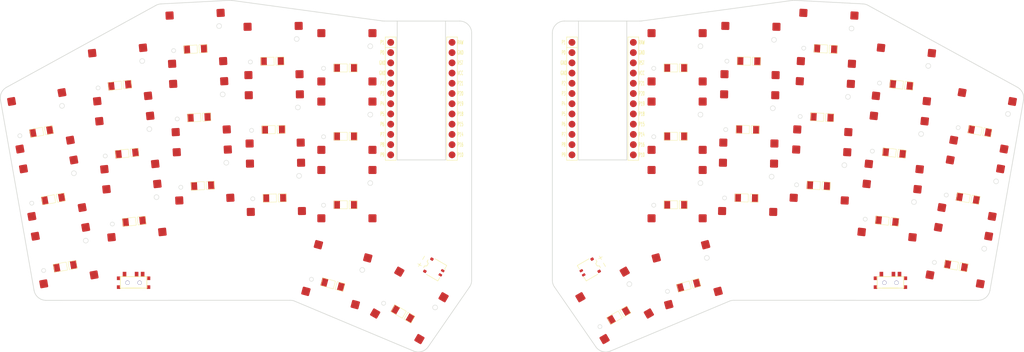
<source format=kicad_pcb>
(kicad_pcb (version 20171130) (host pcbnew 5.1.6)
  (title_block (title "slimsplaydy_unrouted") (rev "v1.0.0") (company "Unknown"))
  (layers (0 F.Cu signal) (31 B.Cu signal) (34 B.Paste user) (35 F.Paste user) (36 B.SilkS user) (37 F.SilkS user) (38 B.Mask user) (39 F.Mask user) (44 Edge.Cuts user))
  (net 0 "")
  (net 1 "hand_pinky_bottom")
  (net 2 "GND")
  (net 3 "hand_pinky_home")
  (net 4 "hand_pinky_top")
  (net 5 "hand_ring_bottom")
  (net 6 "hand_ring_home")
  (net 7 "hand_ring_top")
  (net 8 "hand_middle_bottom")
  (net 9 "hand_middle_home")
  (net 10 "hand_middle_top")
  (net 11 "hand_index_bottom")
  (net 12 "hand_index_home")
  (net 13 "hand_index_top")
  (net 14 "hand_inner_bottom")
  (net 15 "hand_inner_home")
  (net 16 "hand_inner_top")
  (net 17 "thumb_near_fan")
  (net 18 "thumb_far_fan")
  (net 19 "mirror_hand_pinky_bottom")
  (net 20 "mirror_hand_pinky_home")
  (net 21 "mirror_hand_pinky_top")
  (net 22 "mirror_hand_ring_bottom")
  (net 23 "mirror_hand_ring_home")
  (net 24 "mirror_hand_ring_top")
  (net 25 "mirror_hand_middle_bottom")
  (net 26 "mirror_hand_middle_home")
  (net 27 "mirror_hand_middle_top")
  (net 28 "mirror_hand_index_bottom")
  (net 29 "mirror_hand_index_home")
  (net 30 "mirror_hand_index_top")
  (net 31 "mirror_hand_inner_bottom")
  (net 32 "mirror_hand_inner_home")
  (net 33 "mirror_hand_inner_top")
  (net 34 "mirror_thumb_near_fan")
  (net 35 "mirror_thumb_far_fan")
  (net 36 "RAW")
  (net 37 "RST")
  (net 38 "VCC")
  (net 39 "P21")
  (net 40 "P20")
  (net 41 "P19")
  (net 42 "P18")
  (net 43 "P15")
  (net 44 "P14")
  (net 45 "P16")
  (net 46 "P10")
  (net 47 "P1")
  (net 48 "P0")
  (net 49 "P2")
  (net 50 "P3")
  (net 51 "P4")
  (net 52 "P5")
  (net 53 "P6")
  (net 54 "P7")
  (net 55 "P8")
  (net 56 "P9")
  (net 57 "P101")
  (net 58 "P102")
  (net 59 "P107")
  (net 60 "MCU1_24")
  (net 61 "MCU1_1")
  (net 62 "MCU1_23")
  (net 63 "MCU1_2")
  (net 64 "MCU1_22")
  (net 65 "MCU1_3")
  (net 66 "MCU1_21")
  (net 67 "MCU1_4")
  (net 68 "MCU1_20")
  (net 69 "MCU1_5")
  (net 70 "MCU1_19")
  (net 71 "MCU1_6")
  (net 72 "MCU1_18")
  (net 73 "MCU1_7")
  (net 74 "MCU1_17")
  (net 75 "MCU1_8")
  (net 76 "MCU1_16")
  (net 77 "MCU1_9")
  (net 78 "MCU1_15")
  (net 79 "MCU1_10")
  (net 80 "MCU1_14")
  (net 81 "MCU1_11")
  (net 82 "MCU1_13")
  (net 83 "MCU1_12")
  (net 84 "BAT_P")
  (net 85 "BAT")
  (net 86 "MCU2_24")
  (net 87 "MCU2_1")
  (net 88 "MCU2_23")
  (net 89 "MCU2_2")
  (net 90 "MCU2_22")
  (net 91 "MCU2_3")
  (net 92 "MCU2_21")
  (net 93 "MCU2_4")
  (net 94 "MCU2_20")
  (net 95 "MCU2_5")
  (net 96 "MCU2_19")
  (net 97 "MCU2_6")
  (net 98 "MCU2_18")
  (net 99 "MCU2_7")
  (net 100 "MCU2_17")
  (net 101 "MCU2_8")
  (net 102 "MCU2_16")
  (net 103 "MCU2_9")
  (net 104 "MCU2_15")
  (net 105 "MCU2_10")
  (net 106 "MCU2_14")
  (net 107 "MCU2_11")
  (net 108 "MCU2_13")
  (net 109 "MCU2_12")
  (footprint "PG1316S" (at 106.5683287 143.6773863 10) (layer "F.Cu")
    (property "Reference" "S1" hide)
    (fp_circle (center -5.8 2.75) (end -5.3 2.75) (stroke (width 0.1)) (fill none) (layer "Edge.Cuts"))
    (fp_circle (center 5.8 -2.75) (end 6.4 -2.75) (stroke (width 0.1)) (fill none) (layer "Edge.Cuts"))
    (pad "1" smd rect (at -2.5 2.65 10) (size 1.55 2) (layers "F.Cu" "F.Paste" "F.Mask") (net 1 "hand_pinky_bottom"))
    (pad "2" smd rect (at 1.775 2.65 10) (size 1.55 2) (layers "F.Cu" "F.Paste" "F.Mask") (net 2 "GND"))
    (pad "3" smd roundrect (at -6.35 -6 10) (size 2 2) (layers "F.Cu" "F.Paste" "F.Mask") (roundrect_rratio 0.125))
    (pad "3" smd roundrect (at -6.35 6 10) (size 2 2) (layers "F.Cu" "F.Paste" "F.Mask") (roundrect_rratio 0.125))
    (pad "3" smd roundrect (at 6.35 -6 10) (size 2 2) (layers "F.Cu" "F.Paste" "F.Mask") (roundrect_rratio 0.125))
    (pad "3" smd roundrect (at 6.35 6 10) (size 2 2) (layers "F.Cu" "F.Paste" "F.Mask") (roundrect_rratio 0.125))
  )
  (footprint "PG1316S" (at 103.6163096 126.9356545 10) (layer "F.Cu")
    (property "Reference" "S2" hide)
    (fp_circle (center -5.8 2.75) (end -5.3 2.75) (stroke (width 0.1)) (fill none) (layer "Edge.Cuts"))
    (fp_circle (center 5.8 -2.75) (end 6.4 -2.75) (stroke (width 0.1)) (fill none) (layer "Edge.Cuts"))
    (pad "1" smd rect (at -2.5 2.65 10) (size 1.55 2) (layers "F.Cu" "F.Paste" "F.Mask") (net 3 "hand_pinky_home"))
    (pad "2" smd rect (at 1.775 2.65 10) (size 1.55 2) (layers "F.Cu" "F.Paste" "F.Mask") (net 2 "GND"))
    (pad "3" smd roundrect (at -6.35 -6 10) (size 2 2) (layers "F.Cu" "F.Paste" "F.Mask") (roundrect_rratio 0.125))
    (pad "3" smd roundrect (at -6.35 6 10) (size 2 2) (layers "F.Cu" "F.Paste" "F.Mask") (roundrect_rratio 0.125))
    (pad "3" smd roundrect (at 6.35 -6 10) (size 2 2) (layers "F.Cu" "F.Paste" "F.Mask") (roundrect_rratio 0.125))
    (pad "3" smd roundrect (at 6.35 6 10) (size 2 2) (layers "F.Cu" "F.Paste" "F.Mask") (roundrect_rratio 0.125))
  )
  (footprint "PG1316S" (at 100.6642906 110.1939227 10) (layer "F.Cu")
    (property "Reference" "S3" hide)
    (fp_circle (center -5.8 2.75) (end -5.3 2.75) (stroke (width 0.1)) (fill none) (layer "Edge.Cuts"))
    (fp_circle (center 5.8 -2.75) (end 6.4 -2.75) (stroke (width 0.1)) (fill none) (layer "Edge.Cuts"))
    (pad "1" smd rect (at -2.5 2.65 10) (size 1.55 2) (layers "F.Cu" "F.Paste" "F.Mask") (net 4 "hand_pinky_top"))
    (pad "2" smd rect (at 1.775 2.65 10) (size 1.55 2) (layers "F.Cu" "F.Paste" "F.Mask") (net 2 "GND"))
    (pad "3" smd roundrect (at -6.35 -6 10) (size 2 2) (layers "F.Cu" "F.Paste" "F.Mask") (roundrect_rratio 0.125))
    (pad "3" smd roundrect (at -6.35 6 10) (size 2 2) (layers "F.Cu" "F.Paste" "F.Mask") (roundrect_rratio 0.125))
    (pad "3" smd roundrect (at 6.35 -6 10) (size 2 2) (layers "F.Cu" "F.Paste" "F.Mask") (roundrect_rratio 0.125))
    (pad "3" smd roundrect (at 6.35 6 10) (size 2 2) (layers "F.Cu" "F.Paste" "F.Mask") (roundrect_rratio 0.125))
  )
  (footprint "PG1316S" (at 123.8904906 132.4996089 6) (layer "F.Cu")
    (property "Reference" "S4" hide)
    (fp_circle (center -5.8 2.75) (end -5.3 2.75) (stroke (width 0.1)) (fill none) (layer "Edge.Cuts"))
    (fp_circle (center 5.8 -2.75) (end 6.4 -2.75) (stroke (width 0.1)) (fill none) (layer "Edge.Cuts"))
    (pad "1" smd rect (at -2.5 2.65 6) (size 1.55 2) (layers "F.Cu" "F.Paste" "F.Mask") (net 5 "hand_ring_bottom"))
    (pad "2" smd rect (at 1.775 2.65 6) (size 1.55 2) (layers "F.Cu" "F.Paste" "F.Mask") (net 2 "GND"))
    (pad "3" smd roundrect (at -6.35 -6 6) (size 2 2) (layers "F.Cu" "F.Paste" "F.Mask") (roundrect_rratio 0.125))
    (pad "3" smd roundrect (at -6.35 6 6) (size 2 2) (layers "F.Cu" "F.Paste" "F.Mask") (roundrect_rratio 0.125))
    (pad "3" smd roundrect (at 6.35 -6 6) (size 2 2) (layers "F.Cu" "F.Paste" "F.Mask") (roundrect_rratio 0.125))
    (pad "3" smd roundrect (at 6.35 6 6) (size 2 2) (layers "F.Cu" "F.Paste" "F.Mask") (roundrect_rratio 0.125))
  )
  (footprint "PG1316S" (at 122.1135067 115.5927366 6) (layer "F.Cu")
    (property "Reference" "S5" hide)
    (fp_circle (center -5.8 2.75) (end -5.3 2.75) (stroke (width 0.1)) (fill none) (layer "Edge.Cuts"))
    (fp_circle (center 5.8 -2.75) (end 6.4 -2.75) (stroke (width 0.1)) (fill none) (layer "Edge.Cuts"))
    (pad "1" smd rect (at -2.5 2.65 6) (size 1.55 2) (layers "F.Cu" "F.Paste" "F.Mask") (net 6 "hand_ring_home"))
    (pad "2" smd rect (at 1.775 2.65 6) (size 1.55 2) (layers "F.Cu" "F.Paste" "F.Mask") (net 2 "GND"))
    (pad "3" smd roundrect (at -6.35 -6 6) (size 2 2) (layers "F.Cu" "F.Paste" "F.Mask") (roundrect_rratio 0.125))
    (pad "3" smd roundrect (at -6.35 6 6) (size 2 2) (layers "F.Cu" "F.Paste" "F.Mask") (roundrect_rratio 0.125))
    (pad "3" smd roundrect (at 6.35 -6 6) (size 2 2) (layers "F.Cu" "F.Paste" "F.Mask") (roundrect_rratio 0.125))
    (pad "3" smd roundrect (at 6.35 6 6) (size 2 2) (layers "F.Cu" "F.Paste" "F.Mask") (roundrect_rratio 0.125))
  )
  (footprint "PG1316S" (at 120.3365229 98.6858643 6) (layer "F.Cu")
    (property "Reference" "S6" hide)
    (fp_circle (center -5.8 2.75) (end -5.3 2.75) (stroke (width 0.1)) (fill none) (layer "Edge.Cuts"))
    (fp_circle (center 5.8 -2.75) (end 6.4 -2.75) (stroke (width 0.1)) (fill none) (layer "Edge.Cuts"))
    (pad "1" smd rect (at -2.5 2.65 6) (size 1.55 2) (layers "F.Cu" "F.Paste" "F.Mask") (net 7 "hand_ring_top"))
    (pad "2" smd rect (at 1.775 2.65 6) (size 1.55 2) (layers "F.Cu" "F.Paste" "F.Mask") (net 2 "GND"))
    (pad "3" smd roundrect (at -6.35 -6 6) (size 2 2) (layers "F.Cu" "F.Paste" "F.Mask") (roundrect_rratio 0.125))
    (pad "3" smd roundrect (at -6.35 6 6) (size 2 2) (layers "F.Cu" "F.Paste" "F.Mask") (roundrect_rratio 0.125))
    (pad "3" smd roundrect (at 6.35 -6 6) (size 2 2) (layers "F.Cu" "F.Paste" "F.Mask") (roundrect_rratio 0.125))
    (pad "3" smd roundrect (at 6.35 6 6) (size 2 2) (layers "F.Cu" "F.Paste" "F.Mask") (roundrect_rratio 0.125))
  )
  (footprint "PG1316S" (at 141.0601854 123.6564433 3) (layer "F.Cu")
    (property "Reference" "S7" hide)
    (fp_circle (center -5.8 2.75) (end -5.3 2.75) (stroke (width 0.1)) (fill none) (layer "Edge.Cuts"))
    (fp_circle (center 5.8 -2.75) (end 6.4 -2.75) (stroke (width 0.1)) (fill none) (layer "Edge.Cuts"))
    (pad "1" smd rect (at -2.5 2.65 3) (size 1.55 2) (layers "F.Cu" "F.Paste" "F.Mask") (net 8 "hand_middle_bottom"))
    (pad "2" smd rect (at 1.775 2.65 3) (size 1.55 2) (layers "F.Cu" "F.Paste" "F.Mask") (net 2 "GND"))
    (pad "3" smd roundrect (at -6.35 -6 3) (size 2 2) (layers "F.Cu" "F.Paste" "F.Mask") (roundrect_rratio 0.125))
    (pad "3" smd roundrect (at -6.35 6 3) (size 2 2) (layers "F.Cu" "F.Paste" "F.Mask") (roundrect_rratio 0.125))
    (pad "3" smd roundrect (at 6.35 -6 3) (size 2 2) (layers "F.Cu" "F.Paste" "F.Mask") (roundrect_rratio 0.125))
    (pad "3" smd roundrect (at 6.35 6 3) (size 2 2) (layers "F.Cu" "F.Paste" "F.Mask") (roundrect_rratio 0.125))
  )
  (footprint "PG1316S" (at 140.1704741 106.6797412 3) (layer "F.Cu")
    (property "Reference" "S8" hide)
    (fp_circle (center -5.8 2.75) (end -5.3 2.75) (stroke (width 0.1)) (fill none) (layer "Edge.Cuts"))
    (fp_circle (center 5.8 -2.75) (end 6.4 -2.75) (stroke (width 0.1)) (fill none) (layer "Edge.Cuts"))
    (pad "1" smd rect (at -2.5 2.65 3) (size 1.55 2) (layers "F.Cu" "F.Paste" "F.Mask") (net 9 "hand_middle_home"))
    (pad "2" smd rect (at 1.775 2.65 3) (size 1.55 2) (layers "F.Cu" "F.Paste" "F.Mask") (net 2 "GND"))
    (pad "3" smd roundrect (at -6.35 -6 3) (size 2 2) (layers "F.Cu" "F.Paste" "F.Mask") (roundrect_rratio 0.125))
    (pad "3" smd roundrect (at -6.35 6 3) (size 2 2) (layers "F.Cu" "F.Paste" "F.Mask") (roundrect_rratio 0.125))
    (pad "3" smd roundrect (at 6.35 -6 3) (size 2 2) (layers "F.Cu" "F.Paste" "F.Mask") (roundrect_rratio 0.125))
    (pad "3" smd roundrect (at 6.35 6 3) (size 2 2) (layers "F.Cu" "F.Paste" "F.Mask") (roundrect_rratio 0.125))
  )
  (footprint "PG1316S" (at 139.2807628 89.7030391 3) (layer "F.Cu")
    (property "Reference" "S9" hide)
    (fp_circle (center -5.8 2.75) (end -5.3 2.75) (stroke (width 0.1)) (fill none) (layer "Edge.Cuts"))
    (fp_circle (center 5.8 -2.75) (end 6.4 -2.75) (stroke (width 0.1)) (fill none) (layer "Edge.Cuts"))
    (pad "1" smd rect (at -2.5 2.65 3) (size 1.55 2) (layers "F.Cu" "F.Paste" "F.Mask") (net 10 "hand_middle_top"))
    (pad "2" smd rect (at 1.775 2.65 3) (size 1.55 2) (layers "F.Cu" "F.Paste" "F.Mask") (net 2 "GND"))
    (pad "3" smd roundrect (at -6.35 -6 3) (size 2 2) (layers "F.Cu" "F.Paste" "F.Mask") (roundrect_rratio 0.125))
    (pad "3" smd roundrect (at -6.35 6 3) (size 2 2) (layers "F.Cu" "F.Paste" "F.Mask") (roundrect_rratio 0.125))
    (pad "3" smd roundrect (at 6.35 -6 3) (size 2 2) (layers "F.Cu" "F.Paste" "F.Mask") (roundrect_rratio 0.125))
    (pad "3" smd roundrect (at 6.35 6 3) (size 2 2) (layers "F.Cu" "F.Paste" "F.Mask") (roundrect_rratio 0.125))
  )
  (footprint "PG1316S" (at 159.0451349 126.7193814 1) (layer "F.Cu")
    (property "Reference" "S10" hide)
    (fp_circle (center -5.8 2.75) (end -5.3 2.75) (stroke (width 0.1)) (fill none) (layer "Edge.Cuts"))
    (fp_circle (center 5.8 -2.75) (end 6.4 -2.75) (stroke (width 0.1)) (fill none) (layer "Edge.Cuts"))
    (pad "1" smd rect (at -2.5 2.65 1) (size 1.55 2) (layers "F.Cu" "F.Paste" "F.Mask") (net 11 "hand_index_bottom"))
    (pad "2" smd rect (at 1.775 2.65 1) (size 1.55 2) (layers "F.Cu" "F.Paste" "F.Mask") (net 2 "GND"))
    (pad "3" smd roundrect (at -6.35 -6 1) (size 2 2) (layers "F.Cu" "F.Paste" "F.Mask") (roundrect_rratio 0.125))
    (pad "3" smd roundrect (at -6.35 6 1) (size 2 2) (layers "F.Cu" "F.Paste" "F.Mask") (roundrect_rratio 0.125))
    (pad "3" smd roundrect (at 6.35 -6 1) (size 2 2) (layers "F.Cu" "F.Paste" "F.Mask") (roundrect_rratio 0.125))
    (pad "3" smd roundrect (at 6.35 6 1) (size 2 2) (layers "F.Cu" "F.Paste" "F.Mask") (roundrect_rratio 0.125))
  )
  (footprint "PG1316S" (at 158.748444 109.7219706 1) (layer "F.Cu")
    (property "Reference" "S11" hide)
    (fp_circle (center -5.8 2.75) (end -5.3 2.75) (stroke (width 0.1)) (fill none) (layer "Edge.Cuts"))
    (fp_circle (center 5.8 -2.75) (end 6.4 -2.75) (stroke (width 0.1)) (fill none) (layer "Edge.Cuts"))
    (pad "1" smd rect (at -2.5 2.65 1) (size 1.55 2) (layers "F.Cu" "F.Paste" "F.Mask") (net 12 "hand_index_home"))
    (pad "2" smd rect (at 1.775 2.65 1) (size 1.55 2) (layers "F.Cu" "F.Paste" "F.Mask") (net 2 "GND"))
    (pad "3" smd roundrect (at -6.35 -6 1) (size 2 2) (layers "F.Cu" "F.Paste" "F.Mask") (roundrect_rratio 0.125))
    (pad "3" smd roundrect (at -6.35 6 1) (size 2 2) (layers "F.Cu" "F.Paste" "F.Mask") (roundrect_rratio 0.125))
    (pad "3" smd roundrect (at 6.35 -6 1) (size 2 2) (layers "F.Cu" "F.Paste" "F.Mask") (roundrect_rratio 0.125))
    (pad "3" smd roundrect (at 6.35 6 1) (size 2 2) (layers "F.Cu" "F.Paste" "F.Mask") (roundrect_rratio 0.125))
  )
  (footprint "PG1316S" (at 158.4517531 92.7245597 1) (layer "F.Cu")
    (property "Reference" "S12" hide)
    (fp_circle (center -5.8 2.75) (end -5.3 2.75) (stroke (width 0.1)) (fill none) (layer "Edge.Cuts"))
    (fp_circle (center 5.8 -2.75) (end 6.4 -2.75) (stroke (width 0.1)) (fill none) (layer "Edge.Cuts"))
    (pad "1" smd rect (at -2.5 2.65 1) (size 1.55 2) (layers "F.Cu" "F.Paste" "F.Mask") (net 13 "hand_index_top"))
    (pad "2" smd rect (at 1.775 2.65 1) (size 1.55 2) (layers "F.Cu" "F.Paste" "F.Mask") (net 2 "GND"))
    (pad "3" smd roundrect (at -6.35 -6 1) (size 2 2) (layers "F.Cu" "F.Paste" "F.Mask") (roundrect_rratio 0.125))
    (pad "3" smd roundrect (at -6.35 6 1) (size 2 2) (layers "F.Cu" "F.Paste" "F.Mask") (roundrect_rratio 0.125))
    (pad "3" smd roundrect (at 6.35 -6 1) (size 2 2) (layers "F.Cu" "F.Paste" "F.Mask") (roundrect_rratio 0.125))
    (pad "3" smd roundrect (at 6.35 6 1) (size 2 2) (layers "F.Cu" "F.Paste" "F.Mask") (roundrect_rratio 0.125))
  )
  (footprint "PG1316S" (at 176.6773593 128.4119143 0) (layer "F.Cu")
    (property "Reference" "S13" hide)
    (fp_circle (center -5.8 2.75) (end -5.3 2.75) (stroke (width 0.1)) (fill none) (layer "Edge.Cuts"))
    (fp_circle (center 5.8 -2.75) (end 6.4 -2.75) (stroke (width 0.1)) (fill none) (layer "Edge.Cuts"))
    (pad "1" smd rect (at -2.5 2.65 0) (size 1.55 2) (layers "F.Cu" "F.Paste" "F.Mask") (net 14 "hand_inner_bottom"))
    (pad "2" smd rect (at 1.775 2.65 0) (size 1.55 2) (layers "F.Cu" "F.Paste" "F.Mask") (net 2 "GND"))
    (pad "3" smd roundrect (at -6.35 -6 0) (size 2 2) (layers "F.Cu" "F.Paste" "F.Mask") (roundrect_rratio 0.125))
    (pad "3" smd roundrect (at -6.35 6 0) (size 2 2) (layers "F.Cu" "F.Paste" "F.Mask") (roundrect_rratio 0.125))
    (pad "3" smd roundrect (at 6.35 -6 0) (size 2 2) (layers "F.Cu" "F.Paste" "F.Mask") (roundrect_rratio 0.125))
    (pad "3" smd roundrect (at 6.35 6 0) (size 2 2) (layers "F.Cu" "F.Paste" "F.Mask") (roundrect_rratio 0.125))
  )
  (footprint "PG1316S" (at 176.6773593 111.4119143 0) (layer "F.Cu")
    (property "Reference" "S14" hide)
    (fp_circle (center -5.8 2.75) (end -5.3 2.75) (stroke (width 0.1)) (fill none) (layer "Edge.Cuts"))
    (fp_circle (center 5.8 -2.75) (end 6.4 -2.75) (stroke (width 0.1)) (fill none) (layer "Edge.Cuts"))
    (pad "1" smd rect (at -2.5 2.65 0) (size 1.55 2) (layers "F.Cu" "F.Paste" "F.Mask") (net 15 "hand_inner_home"))
    (pad "2" smd rect (at 1.775 2.65 0) (size 1.55 2) (layers "F.Cu" "F.Paste" "F.Mask") (net 2 "GND"))
    (pad "3" smd roundrect (at -6.35 -6 0) (size 2 2) (layers "F.Cu" "F.Paste" "F.Mask") (roundrect_rratio 0.125))
    (pad "3" smd roundrect (at -6.35 6 0) (size 2 2) (layers "F.Cu" "F.Paste" "F.Mask") (roundrect_rratio 0.125))
    (pad "3" smd roundrect (at 6.35 -6 0) (size 2 2) (layers "F.Cu" "F.Paste" "F.Mask") (roundrect_rratio 0.125))
    (pad "3" smd roundrect (at 6.35 6 0) (size 2 2) (layers "F.Cu" "F.Paste" "F.Mask") (roundrect_rratio 0.125))
  )
  (footprint "PG1316S" (at 176.6773593 94.4119144 0) (layer "F.Cu")
    (property "Reference" "S15" hide)
    (fp_circle (center -5.8 2.75) (end -5.3 2.75) (stroke (width 0.1)) (fill none) (layer "Edge.Cuts"))
    (fp_circle (center 5.8 -2.75) (end 6.4 -2.75) (stroke (width 0.1)) (fill none) (layer "Edge.Cuts"))
    (pad "1" smd rect (at -2.5 2.65 0) (size 1.55 2) (layers "F.Cu" "F.Paste" "F.Mask") (net 16 "hand_inner_top"))
    (pad "2" smd rect (at 1.775 2.65 0) (size 1.55 2) (layers "F.Cu" "F.Paste" "F.Mask") (net 2 "GND"))
    (pad "3" smd roundrect (at -6.35 -6 0) (size 2 2) (layers "F.Cu" "F.Paste" "F.Mask") (roundrect_rratio 0.125))
    (pad "3" smd roundrect (at -6.35 6 0) (size 2 2) (layers "F.Cu" "F.Paste" "F.Mask") (roundrect_rratio 0.125))
    (pad "3" smd roundrect (at 6.35 -6 0) (size 2 2) (layers "F.Cu" "F.Paste" "F.Mask") (roundrect_rratio 0.125))
    (pad "3" smd roundrect (at 6.35 6 0) (size 2 2) (layers "F.Cu" "F.Paste" "F.Mask") (roundrect_rratio 0.125))
  )
  (footprint "PG1316S" (at 174.1773593 148.4119143 -15) (layer "F.Cu")
    (property "Reference" "S16" hide)
    (fp_circle (center -5.8 2.75) (end -5.3 2.75) (stroke (width 0.1)) (fill none) (layer "Edge.Cuts"))
    (fp_circle (center 5.8 -2.75) (end 6.4 -2.75) (stroke (width 0.1)) (fill none) (layer "Edge.Cuts"))
    (pad "1" smd rect (at -2.5 2.65 -15) (size 1.55 2) (layers "F.Cu" "F.Paste" "F.Mask") (net 17 "thumb_near_fan"))
    (pad "2" smd rect (at 1.775 2.65 -15) (size 1.55 2) (layers "F.Cu" "F.Paste" "F.Mask") (net 2 "GND"))
    (pad "3" smd roundrect (at -6.35 -6 -15) (size 2 2) (layers "F.Cu" "F.Paste" "F.Mask") (roundrect_rratio 0.125))
    (pad "3" smd roundrect (at -6.35 6 -15) (size 2 2) (layers "F.Cu" "F.Paste" "F.Mask") (roundrect_rratio 0.125))
    (pad "3" smd roundrect (at 6.35 -6 -15) (size 2 2) (layers "F.Cu" "F.Paste" "F.Mask") (roundrect_rratio 0.125))
    (pad "3" smd roundrect (at 6.35 6 -15) (size 2 2) (layers "F.Cu" "F.Paste" "F.Mask") (roundrect_rratio 0.125))
  )
  (footprint "PG1316S" (at 192.1961746 156.0438888 -30) (layer "F.Cu")
    (property "Reference" "S17" hide)
    (fp_circle (center -5.8 2.75) (end -5.3 2.75) (stroke (width 0.1)) (fill none) (layer "Edge.Cuts"))
    (fp_circle (center 5.8 -2.75) (end 6.4 -2.75) (stroke (width 0.1)) (fill none) (layer "Edge.Cuts"))
    (pad "1" smd rect (at -2.5 2.65 -30) (size 1.55 2) (layers "F.Cu" "F.Paste" "F.Mask") (net 18 "thumb_far_fan"))
    (pad "2" smd rect (at 1.775 2.65 -30) (size 1.55 2) (layers "F.Cu" "F.Paste" "F.Mask") (net 2 "GND"))
    (pad "3" smd roundrect (at -6.35 -6 -30) (size 2 2) (layers "F.Cu" "F.Paste" "F.Mask") (roundrect_rratio 0.125))
    (pad "3" smd roundrect (at -6.35 6 -30) (size 2 2) (layers "F.Cu" "F.Paste" "F.Mask") (roundrect_rratio 0.125))
    (pad "3" smd roundrect (at 6.35 -6 -30) (size 2 2) (layers "F.Cu" "F.Paste" "F.Mask") (roundrect_rratio 0.125))
    (pad "3" smd roundrect (at 6.35 6 -30) (size 2 2) (layers "F.Cu" "F.Paste" "F.Mask") (roundrect_rratio 0.125))
  )
  (footprint "PG1316S" (at 328.8240205 143.6773863 -10) (layer "F.Cu")
    (property "Reference" "S18" hide)
    (fp_circle (center -5.8 2.75) (end -5.3 2.75) (stroke (width 0.1)) (fill none) (layer "Edge.Cuts"))
    (fp_circle (center 5.8 -2.75) (end 6.4 -2.75) (stroke (width 0.1)) (fill none) (layer "Edge.Cuts"))
    (pad "1" smd rect (at -2.5 2.65 -10) (size 1.55 2) (layers "F.Cu" "F.Paste" "F.Mask") (net 19 "mirror_hand_pinky_bottom"))
    (pad "2" smd rect (at 1.775 2.65 -10) (size 1.55 2) (layers "F.Cu" "F.Paste" "F.Mask") (net 2 "GND"))
    (pad "3" smd roundrect (at -6.35 -6 -10) (size 2 2) (layers "F.Cu" "F.Paste" "F.Mask") (roundrect_rratio 0.125))
    (pad "3" smd roundrect (at -6.35 6 -10) (size 2 2) (layers "F.Cu" "F.Paste" "F.Mask") (roundrect_rratio 0.125))
    (pad "3" smd roundrect (at 6.35 -6 -10) (size 2 2) (layers "F.Cu" "F.Paste" "F.Mask") (roundrect_rratio 0.125))
    (pad "3" smd roundrect (at 6.35 6 -10) (size 2 2) (layers "F.Cu" "F.Paste" "F.Mask") (roundrect_rratio 0.125))
  )
  (footprint "PG1316S" (at 331.7760396 126.9356545 -10) (layer "F.Cu")
    (property "Reference" "S19" hide)
    (fp_circle (center -5.8 2.75) (end -5.3 2.75) (stroke (width 0.1)) (fill none) (layer "Edge.Cuts"))
    (fp_circle (center 5.8 -2.75) (end 6.4 -2.75) (stroke (width 0.1)) (fill none) (layer "Edge.Cuts"))
    (pad "1" smd rect (at -2.5 2.65 -10) (size 1.55 2) (layers "F.Cu" "F.Paste" "F.Mask") (net 20 "mirror_hand_pinky_home"))
    (pad "2" smd rect (at 1.775 2.65 -10) (size 1.55 2) (layers "F.Cu" "F.Paste" "F.Mask") (net 2 "GND"))
    (pad "3" smd roundrect (at -6.35 -6 -10) (size 2 2) (layers "F.Cu" "F.Paste" "F.Mask") (roundrect_rratio 0.125))
    (pad "3" smd roundrect (at -6.35 6 -10) (size 2 2) (layers "F.Cu" "F.Paste" "F.Mask") (roundrect_rratio 0.125))
    (pad "3" smd roundrect (at 6.35 -6 -10) (size 2 2) (layers "F.Cu" "F.Paste" "F.Mask") (roundrect_rratio 0.125))
    (pad "3" smd roundrect (at 6.35 6 -10) (size 2 2) (layers "F.Cu" "F.Paste" "F.Mask") (roundrect_rratio 0.125))
  )
  (footprint "PG1316S" (at 334.7280586 110.1939227 -10) (layer "F.Cu")
    (property "Reference" "S20" hide)
    (fp_circle (center -5.8 2.75) (end -5.3 2.75) (stroke (width 0.1)) (fill none) (layer "Edge.Cuts"))
    (fp_circle (center 5.8 -2.75) (end 6.4 -2.75) (stroke (width 0.1)) (fill none) (layer "Edge.Cuts"))
    (pad "1" smd rect (at -2.5 2.65 -10) (size 1.55 2) (layers "F.Cu" "F.Paste" "F.Mask") (net 21 "mirror_hand_pinky_top"))
    (pad "2" smd rect (at 1.775 2.65 -10) (size 1.55 2) (layers "F.Cu" "F.Paste" "F.Mask") (net 2 "GND"))
    (pad "3" smd roundrect (at -6.35 -6 -10) (size 2 2) (layers "F.Cu" "F.Paste" "F.Mask") (roundrect_rratio 0.125))
    (pad "3" smd roundrect (at -6.35 6 -10) (size 2 2) (layers "F.Cu" "F.Paste" "F.Mask") (roundrect_rratio 0.125))
    (pad "3" smd roundrect (at 6.35 -6 -10) (size 2 2) (layers "F.Cu" "F.Paste" "F.Mask") (roundrect_rratio 0.125))
    (pad "3" smd roundrect (at 6.35 6 -10) (size 2 2) (layers "F.Cu" "F.Paste" "F.Mask") (roundrect_rratio 0.125))
  )
  (footprint "PG1316S" (at 311.5018586 132.4996089 -6) (layer "F.Cu")
    (property "Reference" "S21" hide)
    (fp_circle (center -5.8 2.75) (end -5.3 2.75) (stroke (width 0.1)) (fill none) (layer "Edge.Cuts"))
    (fp_circle (center 5.8 -2.75) (end 6.4 -2.75) (stroke (width 0.1)) (fill none) (layer "Edge.Cuts"))
    (pad "1" smd rect (at -2.5 2.65 -6) (size 1.55 2) (layers "F.Cu" "F.Paste" "F.Mask") (net 22 "mirror_hand_ring_bottom"))
    (pad "2" smd rect (at 1.775 2.65 -6) (size 1.55 2) (layers "F.Cu" "F.Paste" "F.Mask") (net 2 "GND"))
    (pad "3" smd roundrect (at -6.35 -6 -6) (size 2 2) (layers "F.Cu" "F.Paste" "F.Mask") (roundrect_rratio 0.125))
    (pad "3" smd roundrect (at -6.35 6 -6) (size 2 2) (layers "F.Cu" "F.Paste" "F.Mask") (roundrect_rratio 0.125))
    (pad "3" smd roundrect (at 6.35 -6 -6) (size 2 2) (layers "F.Cu" "F.Paste" "F.Mask") (roundrect_rratio 0.125))
    (pad "3" smd roundrect (at 6.35 6 -6) (size 2 2) (layers "F.Cu" "F.Paste" "F.Mask") (roundrect_rratio 0.125))
  )
  (footprint "PG1316S" (at 313.2788425 115.5927366 -6) (layer "F.Cu")
    (property "Reference" "S22" hide)
    (fp_circle (center -5.8 2.75) (end -5.3 2.75) (stroke (width 0.1)) (fill none) (layer "Edge.Cuts"))
    (fp_circle (center 5.8 -2.75) (end 6.4 -2.75) (stroke (width 0.1)) (fill none) (layer "Edge.Cuts"))
    (pad "1" smd rect (at -2.5 2.65 -6) (size 1.55 2) (layers "F.Cu" "F.Paste" "F.Mask") (net 23 "mirror_hand_ring_home"))
    (pad "2" smd rect (at 1.775 2.65 -6) (size 1.55 2) (layers "F.Cu" "F.Paste" "F.Mask") (net 2 "GND"))
    (pad "3" smd roundrect (at -6.35 -6 -6) (size 2 2) (layers "F.Cu" "F.Paste" "F.Mask") (roundrect_rratio 0.125))
    (pad "3" smd roundrect (at -6.35 6 -6) (size 2 2) (layers "F.Cu" "F.Paste" "F.Mask") (roundrect_rratio 0.125))
    (pad "3" smd roundrect (at 6.35 -6 -6) (size 2 2) (layers "F.Cu" "F.Paste" "F.Mask") (roundrect_rratio 0.125))
    (pad "3" smd roundrect (at 6.35 6 -6) (size 2 2) (layers "F.Cu" "F.Paste" "F.Mask") (roundrect_rratio 0.125))
  )
  (footprint "PG1316S" (at 315.05582630000004 98.6858643 -6) (layer "F.Cu")
    (property "Reference" "S23" hide)
    (fp_circle (center -5.8 2.75) (end -5.3 2.75) (stroke (width 0.1)) (fill none) (layer "Edge.Cuts"))
    (fp_circle (center 5.8 -2.75) (end 6.4 -2.75) (stroke (width 0.1)) (fill none) (layer "Edge.Cuts"))
    (pad "1" smd rect (at -2.5 2.65 -6) (size 1.55 2) (layers "F.Cu" "F.Paste" "F.Mask") (net 24 "mirror_hand_ring_top"))
    (pad "2" smd rect (at 1.775 2.65 -6) (size 1.55 2) (layers "F.Cu" "F.Paste" "F.Mask") (net 2 "GND"))
    (pad "3" smd roundrect (at -6.35 -6 -6) (size 2 2) (layers "F.Cu" "F.Paste" "F.Mask") (roundrect_rratio 0.125))
    (pad "3" smd roundrect (at -6.35 6 -6) (size 2 2) (layers "F.Cu" "F.Paste" "F.Mask") (roundrect_rratio 0.125))
    (pad "3" smd roundrect (at 6.35 -6 -6) (size 2 2) (layers "F.Cu" "F.Paste" "F.Mask") (roundrect_rratio 0.125))
    (pad "3" smd roundrect (at 6.35 6 -6) (size 2 2) (layers "F.Cu" "F.Paste" "F.Mask") (roundrect_rratio 0.125))
  )
  (footprint "PG1316S" (at 294.3321638 123.6564433 -3) (layer "F.Cu")
    (property "Reference" "S24" hide)
    (fp_circle (center -5.8 2.75) (end -5.3 2.75) (stroke (width 0.1)) (fill none) (layer "Edge.Cuts"))
    (fp_circle (center 5.8 -2.75) (end 6.4 -2.75) (stroke (width 0.1)) (fill none) (layer "Edge.Cuts"))
    (pad "1" smd rect (at -2.5 2.65 -3) (size 1.55 2) (layers "F.Cu" "F.Paste" "F.Mask") (net 25 "mirror_hand_middle_bottom"))
    (pad "2" smd rect (at 1.775 2.65 -3) (size 1.55 2) (layers "F.Cu" "F.Paste" "F.Mask") (net 2 "GND"))
    (pad "3" smd roundrect (at -6.35 -6 -3) (size 2 2) (layers "F.Cu" "F.Paste" "F.Mask") (roundrect_rratio 0.125))
    (pad "3" smd roundrect (at -6.35 6 -3) (size 2 2) (layers "F.Cu" "F.Paste" "F.Mask") (roundrect_rratio 0.125))
    (pad "3" smd roundrect (at 6.35 -6 -3) (size 2 2) (layers "F.Cu" "F.Paste" "F.Mask") (roundrect_rratio 0.125))
    (pad "3" smd roundrect (at 6.35 6 -3) (size 2 2) (layers "F.Cu" "F.Paste" "F.Mask") (roundrect_rratio 0.125))
  )
  (footprint "PG1316S" (at 295.22187510000003 106.6797412 -3) (layer "F.Cu")
    (property "Reference" "S25" hide)
    (fp_circle (center -5.8 2.75) (end -5.3 2.75) (stroke (width 0.1)) (fill none) (layer "Edge.Cuts"))
    (fp_circle (center 5.8 -2.75) (end 6.4 -2.75) (stroke (width 0.1)) (fill none) (layer "Edge.Cuts"))
    (pad "1" smd rect (at -2.5 2.65 -3) (size 1.55 2) (layers "F.Cu" "F.Paste" "F.Mask") (net 26 "mirror_hand_middle_home"))
    (pad "2" smd rect (at 1.775 2.65 -3) (size 1.55 2) (layers "F.Cu" "F.Paste" "F.Mask") (net 2 "GND"))
    (pad "3" smd roundrect (at -6.35 -6 -3) (size 2 2) (layers "F.Cu" "F.Paste" "F.Mask") (roundrect_rratio 0.125))
    (pad "3" smd roundrect (at -6.35 6 -3) (size 2 2) (layers "F.Cu" "F.Paste" "F.Mask") (roundrect_rratio 0.125))
    (pad "3" smd roundrect (at 6.35 -6 -3) (size 2 2) (layers "F.Cu" "F.Paste" "F.Mask") (roundrect_rratio 0.125))
    (pad "3" smd roundrect (at 6.35 6 -3) (size 2 2) (layers "F.Cu" "F.Paste" "F.Mask") (roundrect_rratio 0.125))
  )
  (footprint "PG1316S" (at 296.1115864 89.7030391 -3) (layer "F.Cu")
    (property "Reference" "S26" hide)
    (fp_circle (center -5.8 2.75) (end -5.3 2.75) (stroke (width 0.1)) (fill none) (layer "Edge.Cuts"))
    (fp_circle (center 5.8 -2.75) (end 6.4 -2.75) (stroke (width 0.1)) (fill none) (layer "Edge.Cuts"))
    (pad "1" smd rect (at -2.5 2.65 -3) (size 1.55 2) (layers "F.Cu" "F.Paste" "F.Mask") (net 27 "mirror_hand_middle_top"))
    (pad "2" smd rect (at 1.775 2.65 -3) (size 1.55 2) (layers "F.Cu" "F.Paste" "F.Mask") (net 2 "GND"))
    (pad "3" smd roundrect (at -6.35 -6 -3) (size 2 2) (layers "F.Cu" "F.Paste" "F.Mask") (roundrect_rratio 0.125))
    (pad "3" smd roundrect (at -6.35 6 -3) (size 2 2) (layers "F.Cu" "F.Paste" "F.Mask") (roundrect_rratio 0.125))
    (pad "3" smd roundrect (at 6.35 -6 -3) (size 2 2) (layers "F.Cu" "F.Paste" "F.Mask") (roundrect_rratio 0.125))
    (pad "3" smd roundrect (at 6.35 6 -3) (size 2 2) (layers "F.Cu" "F.Paste" "F.Mask") (roundrect_rratio 0.125))
  )
  (footprint "PG1316S" (at 276.3472143 126.7193814 -1) (layer "F.Cu")
    (property "Reference" "S27" hide)
    (fp_circle (center -5.8 2.75) (end -5.3 2.75) (stroke (width 0.1)) (fill none) (layer "Edge.Cuts"))
    (fp_circle (center 5.8 -2.75) (end 6.4 -2.75) (stroke (width 0.1)) (fill none) (layer "Edge.Cuts"))
    (pad "1" smd rect (at -2.5 2.65 -1) (size 1.55 2) (layers "F.Cu" "F.Paste" "F.Mask") (net 28 "mirror_hand_index_bottom"))
    (pad "2" smd rect (at 1.775 2.65 -1) (size 1.55 2) (layers "F.Cu" "F.Paste" "F.Mask") (net 2 "GND"))
    (pad "3" smd roundrect (at -6.35 -6 -1) (size 2 2) (layers "F.Cu" "F.Paste" "F.Mask") (roundrect_rratio 0.125))
    (pad "3" smd roundrect (at -6.35 6 -1) (size 2 2) (layers "F.Cu" "F.Paste" "F.Mask") (roundrect_rratio 0.125))
    (pad "3" smd roundrect (at 6.35 -6 -1) (size 2 2) (layers "F.Cu" "F.Paste" "F.Mask") (roundrect_rratio 0.125))
    (pad "3" smd roundrect (at 6.35 6 -1) (size 2 2) (layers "F.Cu" "F.Paste" "F.Mask") (roundrect_rratio 0.125))
  )
  (footprint "PG1316S" (at 276.6439052 109.7219706 -1) (layer "F.Cu")
    (property "Reference" "S28" hide)
    (fp_circle (center -5.8 2.75) (end -5.3 2.75) (stroke (width 0.1)) (fill none) (layer "Edge.Cuts"))
    (fp_circle (center 5.8 -2.75) (end 6.4 -2.75) (stroke (width 0.1)) (fill none) (layer "Edge.Cuts"))
    (pad "1" smd rect (at -2.5 2.65 -1) (size 1.55 2) (layers "F.Cu" "F.Paste" "F.Mask") (net 29 "mirror_hand_index_home"))
    (pad "2" smd rect (at 1.775 2.65 -1) (size 1.55 2) (layers "F.Cu" "F.Paste" "F.Mask") (net 2 "GND"))
    (pad "3" smd roundrect (at -6.35 -6 -1) (size 2 2) (layers "F.Cu" "F.Paste" "F.Mask") (roundrect_rratio 0.125))
    (pad "3" smd roundrect (at -6.35 6 -1) (size 2 2) (layers "F.Cu" "F.Paste" "F.Mask") (roundrect_rratio 0.125))
    (pad "3" smd roundrect (at 6.35 -6 -1) (size 2 2) (layers "F.Cu" "F.Paste" "F.Mask") (roundrect_rratio 0.125))
    (pad "3" smd roundrect (at 6.35 6 -1) (size 2 2) (layers "F.Cu" "F.Paste" "F.Mask") (roundrect_rratio 0.125))
  )
  (footprint "PG1316S" (at 276.9405961 92.7245597 -1) (layer "F.Cu")
    (property "Reference" "S29" hide)
    (fp_circle (center -5.8 2.75) (end -5.3 2.75) (stroke (width 0.1)) (fill none) (layer "Edge.Cuts"))
    (fp_circle (center 5.8 -2.75) (end 6.4 -2.75) (stroke (width 0.1)) (fill none) (layer "Edge.Cuts"))
    (pad "1" smd rect (at -2.5 2.65 -1) (size 1.55 2) (layers "F.Cu" "F.Paste" "F.Mask") (net 30 "mirror_hand_index_top"))
    (pad "2" smd rect (at 1.775 2.65 -1) (size 1.55 2) (layers "F.Cu" "F.Paste" "F.Mask") (net 2 "GND"))
    (pad "3" smd roundrect (at -6.35 -6 -1) (size 2 2) (layers "F.Cu" "F.Paste" "F.Mask") (roundrect_rratio 0.125))
    (pad "3" smd roundrect (at -6.35 6 -1) (size 2 2) (layers "F.Cu" "F.Paste" "F.Mask") (roundrect_rratio 0.125))
    (pad "3" smd roundrect (at 6.35 -6 -1) (size 2 2) (layers "F.Cu" "F.Paste" "F.Mask") (roundrect_rratio 0.125))
    (pad "3" smd roundrect (at 6.35 6 -1) (size 2 2) (layers "F.Cu" "F.Paste" "F.Mask") (roundrect_rratio 0.125))
  )
  (footprint "PG1316S" (at 258.7149899 128.4119143 0) (layer "F.Cu")
    (property "Reference" "S30" hide)
    (fp_circle (center -5.8 2.75) (end -5.3 2.75) (stroke (width 0.1)) (fill none) (layer "Edge.Cuts"))
    (fp_circle (center 5.8 -2.75) (end 6.4 -2.75) (stroke (width 0.1)) (fill none) (layer "Edge.Cuts"))
    (pad "1" smd rect (at -2.5 2.65 0) (size 1.55 2) (layers "F.Cu" "F.Paste" "F.Mask") (net 31 "mirror_hand_inner_bottom"))
    (pad "2" smd rect (at 1.775 2.65 0) (size 1.55 2) (layers "F.Cu" "F.Paste" "F.Mask") (net 2 "GND"))
    (pad "3" smd roundrect (at -6.35 -6 0) (size 2 2) (layers "F.Cu" "F.Paste" "F.Mask") (roundrect_rratio 0.125))
    (pad "3" smd roundrect (at -6.35 6 0) (size 2 2) (layers "F.Cu" "F.Paste" "F.Mask") (roundrect_rratio 0.125))
    (pad "3" smd roundrect (at 6.35 -6 0) (size 2 2) (layers "F.Cu" "F.Paste" "F.Mask") (roundrect_rratio 0.125))
    (pad "3" smd roundrect (at 6.35 6 0) (size 2 2) (layers "F.Cu" "F.Paste" "F.Mask") (roundrect_rratio 0.125))
  )
  (footprint "PG1316S" (at 258.7149899 111.4119143 0) (layer "F.Cu")
    (property "Reference" "S31" hide)
    (fp_circle (center -5.8 2.75) (end -5.3 2.75) (stroke (width 0.1)) (fill none) (layer "Edge.Cuts"))
    (fp_circle (center 5.8 -2.75) (end 6.4 -2.75) (stroke (width 0.1)) (fill none) (layer "Edge.Cuts"))
    (pad "1" smd rect (at -2.5 2.65 0) (size 1.55 2) (layers "F.Cu" "F.Paste" "F.Mask") (net 32 "mirror_hand_inner_home"))
    (pad "2" smd rect (at 1.775 2.65 0) (size 1.55 2) (layers "F.Cu" "F.Paste" "F.Mask") (net 2 "GND"))
    (pad "3" smd roundrect (at -6.35 -6 0) (size 2 2) (layers "F.Cu" "F.Paste" "F.Mask") (roundrect_rratio 0.125))
    (pad "3" smd roundrect (at -6.35 6 0) (size 2 2) (layers "F.Cu" "F.Paste" "F.Mask") (roundrect_rratio 0.125))
    (pad "3" smd roundrect (at 6.35 -6 0) (size 2 2) (layers "F.Cu" "F.Paste" "F.Mask") (roundrect_rratio 0.125))
    (pad "3" smd roundrect (at 6.35 6 0) (size 2 2) (layers "F.Cu" "F.Paste" "F.Mask") (roundrect_rratio 0.125))
  )
  (footprint "PG1316S" (at 258.7149899 94.4119144 0) (layer "F.Cu")
    (property "Reference" "S32" hide)
    (fp_circle (center -5.8 2.75) (end -5.3 2.75) (stroke (width 0.1)) (fill none) (layer "Edge.Cuts"))
    (fp_circle (center 5.8 -2.75) (end 6.4 -2.75) (stroke (width 0.1)) (fill none) (layer "Edge.Cuts"))
    (pad "1" smd rect (at -2.5 2.65 0) (size 1.55 2) (layers "F.Cu" "F.Paste" "F.Mask") (net 33 "mirror_hand_inner_top"))
    (pad "2" smd rect (at 1.775 2.65 0) (size 1.55 2) (layers "F.Cu" "F.Paste" "F.Mask") (net 2 "GND"))
    (pad "3" smd roundrect (at -6.35 -6 0) (size 2 2) (layers "F.Cu" "F.Paste" "F.Mask") (roundrect_rratio 0.125))
    (pad "3" smd roundrect (at -6.35 6 0) (size 2 2) (layers "F.Cu" "F.Paste" "F.Mask") (roundrect_rratio 0.125))
    (pad "3" smd roundrect (at 6.35 -6 0) (size 2 2) (layers "F.Cu" "F.Paste" "F.Mask") (roundrect_rratio 0.125))
    (pad "3" smd roundrect (at 6.35 6 0) (size 2 2) (layers "F.Cu" "F.Paste" "F.Mask") (roundrect_rratio 0.125))
  )
  (footprint "PG1316S" (at 261.2149899 148.4119143 15) (layer "F.Cu")
    (property "Reference" "S33" hide)
    (fp_circle (center -5.8 2.75) (end -5.3 2.75) (stroke (width 0.1)) (fill none) (layer "Edge.Cuts"))
    (fp_circle (center 5.8 -2.75) (end 6.4 -2.75) (stroke (width 0.1)) (fill none) (layer "Edge.Cuts"))
    (pad "1" smd rect (at -2.5 2.65 15) (size 1.55 2) (layers "F.Cu" "F.Paste" "F.Mask") (net 34 "mirror_thumb_near_fan"))
    (pad "2" smd rect (at 1.775 2.65 15) (size 1.55 2) (layers "F.Cu" "F.Paste" "F.Mask") (net 2 "GND"))
    (pad "3" smd roundrect (at -6.35 -6 15) (size 2 2) (layers "F.Cu" "F.Paste" "F.Mask") (roundrect_rratio 0.125))
    (pad "3" smd roundrect (at -6.35 6 15) (size 2 2) (layers "F.Cu" "F.Paste" "F.Mask") (roundrect_rratio 0.125))
    (pad "3" smd roundrect (at 6.35 -6 15) (size 2 2) (layers "F.Cu" "F.Paste" "F.Mask") (roundrect_rratio 0.125))
    (pad "3" smd roundrect (at 6.35 6 15) (size 2 2) (layers "F.Cu" "F.Paste" "F.Mask") (roundrect_rratio 0.125))
  )
  (footprint "PG1316S" (at 243.1961746 156.0438888 30) (layer "F.Cu")
    (property "Reference" "S34" hide)
    (fp_circle (center -5.8 2.75) (end -5.3 2.75) (stroke (width 0.1)) (fill none) (layer "Edge.Cuts"))
    (fp_circle (center 5.8 -2.75) (end 6.4 -2.75) (stroke (width 0.1)) (fill none) (layer "Edge.Cuts"))
    (pad "1" smd rect (at -2.5 2.65 30) (size 1.55 2) (layers "F.Cu" "F.Paste" "F.Mask") (net 35 "mirror_thumb_far_fan"))
    (pad "2" smd rect (at 1.775 2.65 30) (size 1.55 2) (layers "F.Cu" "F.Paste" "F.Mask") (net 2 "GND"))
    (pad "3" smd roundrect (at -6.35 -6 30) (size 2 2) (layers "F.Cu" "F.Paste" "F.Mask") (roundrect_rratio 0.125))
    (pad "3" smd roundrect (at -6.35 6 30) (size 2 2) (layers "F.Cu" "F.Paste" "F.Mask") (roundrect_rratio 0.125))
    (pad "3" smd roundrect (at 6.35 -6 30) (size 2 2) (layers "F.Cu" "F.Paste" "F.Mask") (roundrect_rratio 0.125))
    (pad "3" smd roundrect (at 6.35 6 30) (size 2 2) (layers "F.Cu" "F.Paste" "F.Mask") (roundrect_rratio 0.125))
  )
  (footprint "ceoloide:mcu_nice_nano" (layer "F.Cu") (at 195.1773593 103.4119144 0)
    (property "Reference" "MCU1" hide)
    (pad "24" smd circle (at -7.62 -12.7 0) (size 1.7 1.7) (drill 1) (layers "F.Cu" "F.Mask" "F.Paste") (net 47 "P1"))
    (pad "1" smd circle (at 7.62 -12.7 0) (size 1.7 1.7) (drill 1) (layers "F.Cu" "F.Mask" "F.Paste") (net 36 "RAW"))
    (fp_text user "P1" (at -9.7 -12.7 0) (layer "F.SilkS") (effects (font (size 1 .5) (thickness 0.1))))
    (fp_text user "RAW" (at 9.7 -12.7 0) (layer "F.SilkS") (effects (font (size 1 .5) (thickness 0.1))))
    (pad "23" smd circle (at -7.62 -10.16 0) (size 1.7 1.7) (drill 1) (layers "F.Cu" "F.Mask" "F.Paste") (net 48 "P0"))
    (pad "2" smd circle (at 7.62 -10.16 0) (size 1.7 1.7) (drill 1) (layers "F.Cu" "F.Mask" "F.Paste") (net 2 "GND"))
    (fp_text user "P0" (at -9.7 -10.16 0) (layer "F.SilkS") (effects (font (size 1 .5) (thickness 0.1))))
    (fp_text user "GND" (at 9.7 -10.16 0) (layer "F.SilkS") (effects (font (size 1 .5) (thickness 0.1))))
    (pad "22" smd circle (at -7.62 -7.619999999999999 0) (size 1.7 1.7) (drill 1) (layers "F.Cu" "F.Mask" "F.Paste") (net 2 "GND"))
    (pad "3" smd circle (at 7.62 -7.619999999999999 0) (size 1.7 1.7) (drill 1) (layers "F.Cu" "F.Mask" "F.Paste") (net 37 "RST"))
    (fp_text user "GND" (at -9.7 -7.619999999999999 0) (layer "F.SilkS") (effects (font (size 1 .5) (thickness 0.1))))
    (fp_text user "RST" (at 9.7 -7.619999999999999 0) (layer "F.SilkS") (effects (font (size 1 .5) (thickness 0.1))))
    (pad "21" smd circle (at -7.62 -5.079999999999999 0) (size 1.7 1.7) (drill 1) (layers "F.Cu" "F.Mask" "F.Paste") (net 2 "GND"))
    (pad "4" smd circle (at 7.62 -5.079999999999999 0) (size 1.7 1.7) (drill 1) (layers "F.Cu" "F.Mask" "F.Paste") (net 38 "VCC"))
    (fp_text user "GND" (at -9.7 -5.079999999999999 0) (layer "F.SilkS") (effects (font (size 1 .5) (thickness 0.1))))
    (fp_text user "VCC" (at 9.7 -5.079999999999999 0) (layer "F.SilkS") (effects (font (size 1 .5) (thickness 0.1))))
    (pad "20" smd circle (at -7.62 -2.539999999999999 0) (size 1.7 1.7) (drill 1) (layers "F.Cu" "F.Mask" "F.Paste") (net 49 "P2"))
    (pad "5" smd circle (at 7.62 -2.539999999999999 0) (size 1.7 1.7) (drill 1) (layers "F.Cu" "F.Mask" "F.Paste") (net 39 "P21"))
    (fp_text user "P2" (at -9.7 -2.539999999999999 0) (layer "F.SilkS") (effects (font (size 1 .5) (thickness 0.1))))
    (fp_text user "P21" (at 9.7 -2.539999999999999 0) (layer "F.SilkS") (effects (font (size 1 .5) (thickness 0.1))))
    (pad "19" smd circle (at -7.62 0 0) (size 1.7 1.7) (drill 1) (layers "F.Cu" "F.Mask" "F.Paste") (net 50 "P3"))
    (pad "6" smd circle (at 7.62 0 0) (size 1.7 1.7) (drill 1) (layers "F.Cu" "F.Mask" "F.Paste") (net 40 "P20"))
    (fp_text user "P3" (at -9.7 0 0) (layer "F.SilkS") (effects (font (size 1 .5) (thickness 0.1))))
    (fp_text user "P20" (at 9.7 0 0) (layer "F.SilkS") (effects (font (size 1 .5) (thickness 0.1))))
    (pad "18" smd circle (at -7.62 2.540000000000001 0) (size 1.7 1.7) (drill 1) (layers "F.Cu" "F.Mask" "F.Paste") (net 51 "P4"))
    (pad "7" smd circle (at 7.62 2.540000000000001 0) (size 1.7 1.7) (drill 1) (layers "F.Cu" "F.Mask" "F.Paste") (net 41 "P19"))
    (fp_text user "P4" (at -9.7 2.540000000000001 0) (layer "F.SilkS") (effects (font (size 1 .5) (thickness 0.1))))
    (fp_text user "P19" (at 9.7 2.540000000000001 0) (layer "F.SilkS") (effects (font (size 1 .5) (thickness 0.1))))
    (pad "17" smd circle (at -7.62 5.080000000000002 0) (size 1.7 1.7) (drill 1) (layers "F.Cu" "F.Mask" "F.Paste") (net 52 "P5"))
    (pad "8" smd circle (at 7.62 5.080000000000002 0) (size 1.7 1.7) (drill 1) (layers "F.Cu" "F.Mask" "F.Paste") (net 42 "P18"))
    (fp_text user "P5" (at -9.7 5.080000000000002 0) (layer "F.SilkS") (effects (font (size 1 .5) (thickness 0.1))))
    (fp_text user "P18" (at 9.7 5.080000000000002 0) (layer "F.SilkS") (effects (font (size 1 .5) (thickness 0.1))))
    (pad "16" smd circle (at -7.62 7.620000000000001 0) (size 1.7 1.7) (drill 1) (layers "F.Cu" "F.Mask" "F.Paste") (net 53 "P6"))
    (pad "9" smd circle (at 7.62 7.620000000000001 0) (size 1.7 1.7) (drill 1) (layers "F.Cu" "F.Mask" "F.Paste") (net 43 "P15"))
    (fp_text user "P6" (at -9.7 7.620000000000001 0) (layer "F.SilkS") (effects (font (size 1 .5) (thickness 0.1))))
    (fp_text user "P15" (at 9.7 7.620000000000001 0) (layer "F.SilkS") (effects (font (size 1 .5) (thickness 0.1))))
    (pad "15" smd circle (at -7.62 10.16 0) (size 1.7 1.7) (drill 1) (layers "F.Cu" "F.Mask" "F.Paste") (net 54 "P7"))
    (pad "10" smd circle (at 7.62 10.16 0) (size 1.7 1.7) (drill 1) (layers "F.Cu" "F.Mask" "F.Paste") (net 44 "P14"))
    (fp_text user "P7" (at -9.7 10.16 0) (layer "F.SilkS") (effects (font (size 1 .5) (thickness 0.1))))
    (fp_text user "P14" (at 9.7 10.16 0) (layer "F.SilkS") (effects (font (size 1 .5) (thickness 0.1))))
    (pad "14" smd circle (at -7.62 12.7 0) (size 1.7 1.7) (drill 1) (layers "F.Cu" "F.Mask" "F.Paste") (net 55 "P8"))
    (pad "11" smd circle (at 7.62 12.7 0) (size 1.7 1.7) (drill 1) (layers "F.Cu" "F.Mask" "F.Paste") (net 45 "P16"))
    (fp_text user "P8" (at -9.7 12.7 0) (layer "F.SilkS") (effects (font (size 1 .5) (thickness 0.1))))
    (fp_text user "P16" (at 9.7 12.7 0) (layer "F.SilkS") (effects (font (size 1 .5) (thickness 0.1))))
    (pad "13" smd circle (at -7.62 15.240000000000002 0) (size 1.7 1.7) (drill 1) (layers "F.Cu" "F.Mask" "F.Paste") (net 56 "P9"))
    (pad "12" smd circle (at 7.62 15.240000000000002 0) (size 1.7 1.7) (drill 1) (layers "F.Cu" "F.Mask" "F.Paste") (net 46 "P10"))
    (fp_text user "P9" (at -9.7 15.240000000000002 0) (layer "F.SilkS") (effects (font (size 1 .5) (thickness 0.1))))
    (fp_text user "P10" (at 9.7 15.240000000000002 0) (layer "F.SilkS") (effects (font (size 1 .5) (thickness 0.1))))
  )
  (module E73:SPDT_C128955 (layer F.Cu) (at 123.6773593 150.4119143 180)
    (fp_text reference "T1" hide)
    (fp_text value "" hide)
    (pad "" np_thru_hole circle (at 1.5 0) (size 1 1) (drill 0.9) (layers *.Cu *.Mask))
    (pad "" np_thru_hole circle (at -1.5 0) (size 1 1) (drill 0.9) (layers *.Cu *.Mask))
    (pad 1 smd rect (at 2.25 2.075 180) (size 0.9 1.25) (layers F.Cu F.Paste F.Mask) (net 84 "BAT_P"))
    (pad 2 smd rect (at -0.75 2.075 180) (size 0.9 1.25) (layers F.Cu F.Paste F.Mask) (net 85 "BAT"))
    (pad 3 smd rect (at -2.25 2.075 180) (size 0.9 1.25) (layers F.Cu F.Paste F.Mask))
    (pad "" smd rect (at 3.7 -1.1 180) (size 0.9 0.9) (layers F.Cu F.Paste F.Mask))
    (pad "" smd rect (at 3.7 1.1 180) (size 0.9 0.9) (layers F.Cu F.Paste F.Mask))
    (pad "" smd rect (at -3.7 1.1 180) (size 0.9 0.9) (layers F.Cu F.Paste F.Mask))
    (pad "" smd rect (at -3.7 -1.1 180) (size 0.9 0.9) (layers F.Cu F.Paste F.Mask))
  )
  (footprint "ceoloide:battery_connector_molex_pico_ezmate_1x02" (layer "F.Cu") (at 198.56220000000002 147.0176094 -120)
    (property "Reference" "CONN1" hide)
    (pad "" smd roundrect (at 1.75 1.9 -120) (size 0.7 0.8) (layers "F.Cu" "F.Paste" "F.Mask"))
    (pad "" smd roundrect (at -1.75 1.9 -120) (size 0.7 0.8) (layers "F.Cu" "F.Paste" "F.Mask"))
    (pad "2" smd roundrect (at 0.6 -1.875 -120) (size 0.6 0.85) (layers "F.Cu" "F.Paste" "F.Mask") (net 84 "BAT_P"))
    (pad "1" smd roundrect (at -0.6 -1.875 -120) (size 0.6 0.85) (layers "F.Cu" "F.Paste" "F.Mask") (net 2 "GND"))
  )
  (footprint "ceoloide:mcu_nice_nano" (layer "F.Cu") (at 240.21498989999998 103.4119144 0)
    (property "Reference" "MCU2" hide)
    (pad "24" smd circle (at -7.62 -12.7 0) (size 1.7 1.7) (drill 1) (layers "F.Cu" "F.Mask" "F.Paste") (net 47 "P1"))
    (pad "1" smd circle (at 7.62 -12.7 0) (size 1.7 1.7) (drill 1) (layers "F.Cu" "F.Mask" "F.Paste") (net 36 "RAW"))
    (fp_text user "P1" (at -9.7 -12.7 0) (layer "F.SilkS") (effects (font (size 1 .5) (thickness 0.1))))
    (fp_text user "RAW" (at 9.7 -12.7 0) (layer "F.SilkS") (effects (font (size 1 .5) (thickness 0.1))))
    (pad "23" smd circle (at -7.62 -10.16 0) (size 1.7 1.7) (drill 1) (layers "F.Cu" "F.Mask" "F.Paste") (net 48 "P0"))
    (pad "2" smd circle (at 7.62 -10.16 0) (size 1.7 1.7) (drill 1) (layers "F.Cu" "F.Mask" "F.Paste") (net 2 "GND"))
    (fp_text user "P0" (at -9.7 -10.16 0) (layer "F.SilkS") (effects (font (size 1 .5) (thickness 0.1))))
    (fp_text user "GND" (at 9.7 -10.16 0) (layer "F.SilkS") (effects (font (size 1 .5) (thickness 0.1))))
    (pad "22" smd circle (at -7.62 -7.619999999999999 0) (size 1.7 1.7) (drill 1) (layers "F.Cu" "F.Mask" "F.Paste") (net 2 "GND"))
    (pad "3" smd circle (at 7.62 -7.619999999999999 0) (size 1.7 1.7) (drill 1) (layers "F.Cu" "F.Mask" "F.Paste") (net 37 "RST"))
    (fp_text user "GND" (at -9.7 -7.619999999999999 0) (layer "F.SilkS") (effects (font (size 1 .5) (thickness 0.1))))
    (fp_text user "RST" (at 9.7 -7.619999999999999 0) (layer "F.SilkS") (effects (font (size 1 .5) (thickness 0.1))))
    (pad "21" smd circle (at -7.62 -5.079999999999999 0) (size 1.7 1.7) (drill 1) (layers "F.Cu" "F.Mask" "F.Paste") (net 2 "GND"))
    (pad "4" smd circle (at 7.62 -5.079999999999999 0) (size 1.7 1.7) (drill 1) (layers "F.Cu" "F.Mask" "F.Paste") (net 38 "VCC"))
    (fp_text user "GND" (at -9.7 -5.079999999999999 0) (layer "F.SilkS") (effects (font (size 1 .5) (thickness 0.1))))
    (fp_text user "VCC" (at 9.7 -5.079999999999999 0) (layer "F.SilkS") (effects (font (size 1 .5) (thickness 0.1))))
    (pad "20" smd circle (at -7.62 -2.539999999999999 0) (size 1.7 1.7) (drill 1) (layers "F.Cu" "F.Mask" "F.Paste") (net 49 "P2"))
    (pad "5" smd circle (at 7.62 -2.539999999999999 0) (size 1.7 1.7) (drill 1) (layers "F.Cu" "F.Mask" "F.Paste") (net 39 "P21"))
    (fp_text user "P2" (at -9.7 -2.539999999999999 0) (layer "F.SilkS") (effects (font (size 1 .5) (thickness 0.1))))
    (fp_text user "P21" (at 9.7 -2.539999999999999 0) (layer "F.SilkS") (effects (font (size 1 .5) (thickness 0.1))))
    (pad "19" smd circle (at -7.62 0 0) (size 1.7 1.7) (drill 1) (layers "F.Cu" "F.Mask" "F.Paste") (net 50 "P3"))
    (pad "6" smd circle (at 7.62 0 0) (size 1.7 1.7) (drill 1) (layers "F.Cu" "F.Mask" "F.Paste") (net 40 "P20"))
    (fp_text user "P3" (at -9.7 0 0) (layer "F.SilkS") (effects (font (size 1 .5) (thickness 0.1))))
    (fp_text user "P20" (at 9.7 0 0) (layer "F.SilkS") (effects (font (size 1 .5) (thickness 0.1))))
    (pad "18" smd circle (at -7.62 2.540000000000001 0) (size 1.7 1.7) (drill 1) (layers "F.Cu" "F.Mask" "F.Paste") (net 51 "P4"))
    (pad "7" smd circle (at 7.62 2.540000000000001 0) (size 1.7 1.7) (drill 1) (layers "F.Cu" "F.Mask" "F.Paste") (net 41 "P19"))
    (fp_text user "P4" (at -9.7 2.540000000000001 0) (layer "F.SilkS") (effects (font (size 1 .5) (thickness 0.1))))
    (fp_text user "P19" (at 9.7 2.540000000000001 0) (layer "F.SilkS") (effects (font (size 1 .5) (thickness 0.1))))
    (pad "17" smd circle (at -7.62 5.080000000000002 0) (size 1.7 1.7) (drill 1) (layers "F.Cu" "F.Mask" "F.Paste") (net 52 "P5"))
    (pad "8" smd circle (at 7.62 5.080000000000002 0) (size 1.7 1.7) (drill 1) (layers "F.Cu" "F.Mask" "F.Paste") (net 42 "P18"))
    (fp_text user "P5" (at -9.7 5.080000000000002 0) (layer "F.SilkS") (effects (font (size 1 .5) (thickness 0.1))))
    (fp_text user "P18" (at 9.7 5.080000000000002 0) (layer "F.SilkS") (effects (font (size 1 .5) (thickness 0.1))))
    (pad "16" smd circle (at -7.62 7.620000000000001 0) (size 1.7 1.7) (drill 1) (layers "F.Cu" "F.Mask" "F.Paste") (net 53 "P6"))
    (pad "9" smd circle (at 7.62 7.620000000000001 0) (size 1.7 1.7) (drill 1) (layers "F.Cu" "F.Mask" "F.Paste") (net 43 "P15"))
    (fp_text user "P6" (at -9.7 7.620000000000001 0) (layer "F.SilkS") (effects (font (size 1 .5) (thickness 0.1))))
    (fp_text user "P15" (at 9.7 7.620000000000001 0) (layer "F.SilkS") (effects (font (size 1 .5) (thickness 0.1))))
    (pad "15" smd circle (at -7.62 10.16 0) (size 1.7 1.7) (drill 1) (layers "F.Cu" "F.Mask" "F.Paste") (net 54 "P7"))
    (pad "10" smd circle (at 7.62 10.16 0) (size 1.7 1.7) (drill 1) (layers "F.Cu" "F.Mask" "F.Paste") (net 44 "P14"))
    (fp_text user "P7" (at -9.7 10.16 0) (layer "F.SilkS") (effects (font (size 1 .5) (thickness 0.1))))
    (fp_text user "P14" (at 9.7 10.16 0) (layer "F.SilkS") (effects (font (size 1 .5) (thickness 0.1))))
    (pad "14" smd circle (at -7.62 12.7 0) (size 1.7 1.7) (drill 1) (layers "F.Cu" "F.Mask" "F.Paste") (net 55 "P8"))
    (pad "11" smd circle (at 7.62 12.7 0) (size 1.7 1.7) (drill 1) (layers "F.Cu" "F.Mask" "F.Paste") (net 45 "P16"))
    (fp_text user "P8" (at -9.7 12.7 0) (layer "F.SilkS") (effects (font (size 1 .5) (thickness 0.1))))
    (fp_text user "P16" (at 9.7 12.7 0) (layer "F.SilkS") (effects (font (size 1 .5) (thickness 0.1))))
    (pad "13" smd circle (at -7.62 15.240000000000002 0) (size 1.7 1.7) (drill 1) (layers "F.Cu" "F.Mask" "F.Paste") (net 56 "P9"))
    (pad "12" smd circle (at 7.62 15.240000000000002 0) (size 1.7 1.7) (drill 1) (layers "F.Cu" "F.Mask" "F.Paste") (net 46 "P10"))
    (fp_text user "P9" (at -9.7 15.240000000000002 0) (layer "F.SilkS") (effects (font (size 1 .5) (thickness 0.1))))
    (fp_text user "P10" (at 9.7 15.240000000000002 0) (layer "F.SilkS") (effects (font (size 1 .5) (thickness 0.1))))
  )
  (module E73:SPDT_C128955 (layer F.Cu) (at 311.7149899 150.4119143 -180)
    (fp_text reference "T2" hide)
    (fp_text value "" hide)
    (pad "" np_thru_hole circle (at 1.5 0) (size 1 1) (drill 0.9) (layers *.Cu *.Mask))
    (pad "" np_thru_hole circle (at -1.5 0) (size 1 1) (drill 0.9) (layers *.Cu *.Mask))
    (pad 1 smd rect (at 2.25 2.075 -180) (size 0.9 1.25) (layers F.Cu F.Paste F.Mask) (net 85 "BAT"))
    (pad 2 smd rect (at -0.75 2.075 -180) (size 0.9 1.25) (layers F.Cu F.Paste F.Mask) (net 84 "BAT_P"))
    (pad 3 smd rect (at -2.25 2.075 -180) (size 0.9 1.25) (layers F.Cu F.Paste F.Mask))
    (pad "" smd rect (at 3.7 -1.1 -180) (size 0.9 0.9) (layers F.Cu F.Paste F.Mask))
    (pad "" smd rect (at 3.7 1.1 -180) (size 0.9 0.9) (layers F.Cu F.Paste F.Mask))
    (pad "" smd rect (at -3.7 1.1 -180) (size 0.9 0.9) (layers F.Cu F.Paste F.Mask))
    (pad "" smd rect (at -3.7 -1.1 -180) (size 0.9 0.9) (layers F.Cu F.Paste F.Mask))
  )
  (footprint "ceoloide:battery_connector_molex_pico_ezmate_1x02" (layer "F.Cu") (at 236.8301492 147.0176094 120)
    (property "Reference" "CONN2" hide)
    (pad "" smd roundrect (at 1.75 1.9 120) (size 0.7 0.8) (layers "F.Cu" "F.Paste" "F.Mask"))
    (pad "" smd roundrect (at -1.75 1.9 120) (size 0.7 0.8) (layers "F.Cu" "F.Paste" "F.Mask"))
    (pad "2" smd roundrect (at 0.6 -1.875 120) (size 0.6 0.85) (layers "F.Cu" "F.Paste" "F.Mask") (net 84 "BAT_P"))
    (pad "1" smd roundrect (at -0.6 -1.875 120) (size 0.6 0.85) (layers "F.Cu" "F.Paste" "F.Mask") (net 2 "GND"))
  )
  (gr_line (start 207.14497055322138 151.4819172524907) (end 196.8743150753798 166.33654197888677) (angle 90) (layer Edge.Cuts) (width 0.15))
  (gr_line (start 193.2463716014506 167.39692686060272) (end 163.71171454116796 155.0095167067306) (angle 90) (layer Edge.Cuts) (width 0.15))
  (gr_line (start 162.55058342048673 154.77603615610332) (end 101.90742581681184 154.79218459658966) (angle 90) (layer Edge.Cuts) (width 0.15))
  (gr_line (start 98.95220363092409 152.3131292764732) (end 90.61156255219102 105.01100333888701) (angle 90) (layer Edge.Cuts) (width 0.15))
  (gr_line (start 92.12349826122507 101.85961590116315) (end 129.22108122867328 81.51597017246681) (angle 90) (layer Edge.Cuts) (width 0.15))
  (gr_line (start 130.50656080060108 81.15052443580738) (end 147.51504570837903 80.25914752326048) (angle 90) (layer Edge.Cuts) (width 0.15))
  (gr_line (start 148.07755649811176 80.28256782932584) (end 185.4755427700766 85.38438268843433) (angle 90) (layer Edge.Cuts) (width 0.15))
  (gr_line (start 185.88104555485685 85.4119144) (end 204.6773593 85.4119144) (angle 90) (layer Edge.Cuts) (width 0.15))
  (gr_line (start 207.6773593 88.4119144) (end 207.6773593 149.775782784834) (angle 90) (layer Edge.Cuts) (width 0.15))
  (gr_arc (start 194.40670382215845 164.63040751122998) (end 193.24637162215845 167.39692681122997) (angle -78.09370552674409) (layer Edge.Cuts) (width 0.15))
  (gr_arc (start 162.55138232046008 157.77603605610335) (end 163.71171452046008 155.00951675610335) (angle -22.76938590082807) (layer Edge.Cuts) (width 0.15))
  (gr_arc (start 101.90662691683843 151.79218469658963) (end 98.95220361683843 152.31312929658964) (angle -80.01525707307042) (layer Edge.Cuts) (width 0.15))
  (gr_arc (start 93.56598583810536 104.49005875900332) (end 92.12349823810536 101.85961585900331) (angle -71.26042897748013) (layer Edge.Cuts) (width 0.15))
  (gr_arc (start 130.66356880555355 84.14641303030704) (end 130.50656080555356 81.15052443030704) (angle -25.739569207300832) (layer Edge.Cuts) (width 0.15))
  (gr_arc (start 147.6720537133315 83.25503611776017) (end 148.0775565133315 80.28256791776018) (angle -10.76831370557288) (layer Edge.Cuts) (width 0.15))
  (gr_arc (start 185.88104555485685 82.4119144) (end 185.47554275485686 85.3843826) (angle -7.768311097698927) (layer Edge.Cuts) (width 0.15))
  (gr_arc (start 204.6773593 88.4119144) (end 207.6773593 88.4119144) (angle -90) (layer Edge.Cuts) (width 0.15))
  (gr_arc (start 204.6773593 149.775782784834) (end 207.1449705 151.481917284834) (angle -34.660422508358295) (layer Edge.Cuts) (width 0.15))
  (gr_line (start 189.1773593 85.4119144) (end 189.1773593 119.9119144) (angle 90) (layer Edge.Cuts) (width 0.15))
  (gr_line (start 189.1773593 119.9119144) (end 201.1773593 119.9119144) (angle 90) (layer Edge.Cuts) (width 0.15))
  (gr_line (start 201.1773593 119.9119144) (end 201.1773593 85.4119144) (angle 90) (layer Edge.Cuts) (width 0.15))
  (gr_line (start 228.24737864677866 151.48191725249077) (end 238.5180341246201 166.33654197888657) (angle 90) (layer Edge.Cuts) (width 0.15))
  (gr_line (start 242.14597759854942 167.39692686060275) (end 271.68063465883205 155.0095167067306) (angle 90) (layer Edge.Cuts) (width 0.15))
  (gr_line (start 272.8417657795135 154.77603615610332) (end 333.4849233831881 154.79218459658964) (angle 90) (layer Edge.Cuts) (width 0.15))
  (gr_line (start 336.4401455690759 152.31312927647286) (end 344.780786647809 105.0110033388869) (angle 90) (layer Edge.Cuts) (width 0.15))
  (gr_line (start 343.2688509387749 101.85961590116315) (end 306.17126797132687 81.51597017246687) (angle 90) (layer Edge.Cuts) (width 0.15))
  (gr_line (start 304.8857883993992 81.1505244358074) (end 287.87730349162115 80.25914752326051) (angle 90) (layer Edge.Cuts) (width 0.15))
  (gr_line (start 287.31479270188834 80.28256782932584) (end 249.91680642992335 85.38438268843433) (angle 90) (layer Edge.Cuts) (width 0.15))
  (gr_line (start 230.71498989999998 85.4119144) (end 249.51130364514313 85.4119144) (angle 90) (layer Edge.Cuts) (width 0.15))
  (gr_line (start 227.71498989999998 88.4119144) (end 227.71498989999998 149.77578278483404) (angle 90) (layer Edge.Cuts) (width 0.15))
  (gr_arc (start 240.9856453778415 164.6304075112299) (end 238.5180341778415 166.33654201122988) (angle -78.09370552674662) (layer Edge.Cuts) (width 0.15))
  (gr_arc (start 272.84096687954 157.77603605610335) (end 272.84176577954 154.77603615610334) (angle -22.769385900831736) (layer Edge.Cuts) (width 0.15))
  (gr_arc (start 333.4857222831615 151.79218469658963) (end 333.4849233831615 154.79218459658964) (angle -80.01525707307701) (layer Edge.Cuts) (width 0.15))
  (gr_arc (start 341.82636336189466 104.4900587590032) (end 344.78078666189464 105.01100335900321) (angle -71.26042897747999) (layer Edge.Cuts) (width 0.15))
  (gr_arc (start 304.7287803944465 84.14641303030707) (end 306.1712679944465 81.51597013030707) (angle -25.739569207298715) (layer Edge.Cuts) (width 0.15))
  (gr_arc (start 287.72029548666853 83.25503611776017) (end 287.87730348666855 80.25914751776017) (angle -10.768313705574556) (layer Edge.Cuts) (width 0.15))
  (gr_arc (start 249.51130364514313 82.4119144) (end 249.51130364514313 85.4119144) (angle -7.7683110976983585) (layer Edge.Cuts) (width 0.15))
  (gr_arc (start 230.71498989999998 88.4119144) (end 230.71498989999998 85.4119144) (angle -90) (layer Edge.Cuts) (width 0.15))
  (gr_arc (start 230.71498989999998 149.77578278483404) (end 227.71498989999998 149.77578278483404) (angle -34.660422508359744) (layer Edge.Cuts) (width 0.15))
  (gr_line (start 246.21498989999998 85.4119144) (end 246.21498989999998 119.9119144) (angle 90) (layer Edge.Cuts) (width 0.15))
  (gr_line (start 246.21498989999998 119.9119144) (end 234.21498989999998 119.9119144) (angle 90) (layer Edge.Cuts) (width 0.15))
  (gr_line (start 234.21498989999998 119.9119144) (end 234.21498989999998 85.4119144) (angle 90) (layer Edge.Cuts) (width 0.15))
)
</source>
